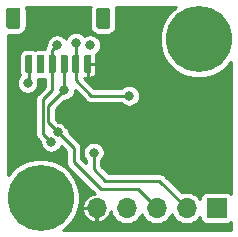
<source format=gbr>
G04 #@! TF.GenerationSoftware,KiCad,Pcbnew,5.1.5-52549c5~84~ubuntu18.04.1*
G04 #@! TF.CreationDate,2020-02-17T23:24:27+01:00*
G04 #@! TF.ProjectId,bldc_motor_encoder,626c6463-5f6d-46f7-946f-725f656e636f,rev?*
G04 #@! TF.SameCoordinates,Original*
G04 #@! TF.FileFunction,Copper,L2,Bot*
G04 #@! TF.FilePolarity,Positive*
%FSLAX46Y46*%
G04 Gerber Fmt 4.6, Leading zero omitted, Abs format (unit mm)*
G04 Created by KiCad (PCBNEW 5.1.5-52549c5~84~ubuntu18.04.1) date 2020-02-17 23:24:27*
%MOMM*%
%LPD*%
G04 APERTURE LIST*
%ADD10O,1.700000X1.700000*%
%ADD11R,1.700000X1.700000*%
%ADD12C,5.600000*%
%ADD13C,0.100000*%
%ADD14C,0.800000*%
%ADD15C,0.250000*%
G04 APERTURE END LIST*
D10*
X138040000Y-97600000D03*
X140580000Y-97600000D03*
X143120000Y-97600000D03*
X145660000Y-97600000D03*
D11*
X148200000Y-97600000D03*
D12*
X133300000Y-96750000D03*
X146700000Y-83300000D03*
G04 #@! TA.AperFunction,SMDPad,CuDef*
D13*
G36*
X138974505Y-80626204D02*
G01*
X138998773Y-80629804D01*
X139022572Y-80635765D01*
X139045671Y-80644030D01*
X139067850Y-80654520D01*
X139088893Y-80667132D01*
X139108599Y-80681747D01*
X139126777Y-80698223D01*
X139143253Y-80716401D01*
X139157868Y-80736107D01*
X139170480Y-80757150D01*
X139180970Y-80779329D01*
X139189235Y-80802428D01*
X139195196Y-80826227D01*
X139198796Y-80850495D01*
X139200000Y-80874999D01*
X139200000Y-82175001D01*
X139198796Y-82199505D01*
X139195196Y-82223773D01*
X139189235Y-82247572D01*
X139180970Y-82270671D01*
X139170480Y-82292850D01*
X139157868Y-82313893D01*
X139143253Y-82333599D01*
X139126777Y-82351777D01*
X139108599Y-82368253D01*
X139088893Y-82382868D01*
X139067850Y-82395480D01*
X139045671Y-82405970D01*
X139022572Y-82414235D01*
X138998773Y-82420196D01*
X138974505Y-82423796D01*
X138950001Y-82425000D01*
X138249999Y-82425000D01*
X138225495Y-82423796D01*
X138201227Y-82420196D01*
X138177428Y-82414235D01*
X138154329Y-82405970D01*
X138132150Y-82395480D01*
X138111107Y-82382868D01*
X138091401Y-82368253D01*
X138073223Y-82351777D01*
X138056747Y-82333599D01*
X138042132Y-82313893D01*
X138029520Y-82292850D01*
X138019030Y-82270671D01*
X138010765Y-82247572D01*
X138004804Y-82223773D01*
X138001204Y-82199505D01*
X138000000Y-82175001D01*
X138000000Y-80874999D01*
X138001204Y-80850495D01*
X138004804Y-80826227D01*
X138010765Y-80802428D01*
X138019030Y-80779329D01*
X138029520Y-80757150D01*
X138042132Y-80736107D01*
X138056747Y-80716401D01*
X138073223Y-80698223D01*
X138091401Y-80681747D01*
X138111107Y-80667132D01*
X138132150Y-80654520D01*
X138154329Y-80644030D01*
X138177428Y-80635765D01*
X138201227Y-80629804D01*
X138225495Y-80626204D01*
X138249999Y-80625000D01*
X138950001Y-80625000D01*
X138974505Y-80626204D01*
G37*
G04 #@! TD.AperFunction*
G04 #@! TA.AperFunction,SMDPad,CuDef*
G36*
X131374505Y-80626204D02*
G01*
X131398773Y-80629804D01*
X131422572Y-80635765D01*
X131445671Y-80644030D01*
X131467850Y-80654520D01*
X131488893Y-80667132D01*
X131508599Y-80681747D01*
X131526777Y-80698223D01*
X131543253Y-80716401D01*
X131557868Y-80736107D01*
X131570480Y-80757150D01*
X131580970Y-80779329D01*
X131589235Y-80802428D01*
X131595196Y-80826227D01*
X131598796Y-80850495D01*
X131600000Y-80874999D01*
X131600000Y-82175001D01*
X131598796Y-82199505D01*
X131595196Y-82223773D01*
X131589235Y-82247572D01*
X131580970Y-82270671D01*
X131570480Y-82292850D01*
X131557868Y-82313893D01*
X131543253Y-82333599D01*
X131526777Y-82351777D01*
X131508599Y-82368253D01*
X131488893Y-82382868D01*
X131467850Y-82395480D01*
X131445671Y-82405970D01*
X131422572Y-82414235D01*
X131398773Y-82420196D01*
X131374505Y-82423796D01*
X131350001Y-82425000D01*
X130649999Y-82425000D01*
X130625495Y-82423796D01*
X130601227Y-82420196D01*
X130577428Y-82414235D01*
X130554329Y-82405970D01*
X130532150Y-82395480D01*
X130511107Y-82382868D01*
X130491401Y-82368253D01*
X130473223Y-82351777D01*
X130456747Y-82333599D01*
X130442132Y-82313893D01*
X130429520Y-82292850D01*
X130419030Y-82270671D01*
X130410765Y-82247572D01*
X130404804Y-82223773D01*
X130401204Y-82199505D01*
X130400000Y-82175001D01*
X130400000Y-80874999D01*
X130401204Y-80850495D01*
X130404804Y-80826227D01*
X130410765Y-80802428D01*
X130419030Y-80779329D01*
X130429520Y-80757150D01*
X130442132Y-80736107D01*
X130456747Y-80716401D01*
X130473223Y-80698223D01*
X130491401Y-80681747D01*
X130511107Y-80667132D01*
X130532150Y-80654520D01*
X130554329Y-80644030D01*
X130577428Y-80635765D01*
X130601227Y-80629804D01*
X130625495Y-80626204D01*
X130649999Y-80625000D01*
X131350001Y-80625000D01*
X131374505Y-80626204D01*
G37*
G04 #@! TD.AperFunction*
G04 #@! TA.AperFunction,SMDPad,CuDef*
G36*
X137464703Y-84625722D02*
G01*
X137479264Y-84627882D01*
X137493543Y-84631459D01*
X137507403Y-84636418D01*
X137520710Y-84642712D01*
X137533336Y-84650280D01*
X137545159Y-84659048D01*
X137556066Y-84668934D01*
X137565952Y-84679841D01*
X137574720Y-84691664D01*
X137582288Y-84704290D01*
X137588582Y-84717597D01*
X137593541Y-84731457D01*
X137597118Y-84745736D01*
X137599278Y-84760297D01*
X137600000Y-84775000D01*
X137600000Y-86025000D01*
X137599278Y-86039703D01*
X137597118Y-86054264D01*
X137593541Y-86068543D01*
X137588582Y-86082403D01*
X137582288Y-86095710D01*
X137574720Y-86108336D01*
X137565952Y-86120159D01*
X137556066Y-86131066D01*
X137545159Y-86140952D01*
X137533336Y-86149720D01*
X137520710Y-86157288D01*
X137507403Y-86163582D01*
X137493543Y-86168541D01*
X137479264Y-86172118D01*
X137464703Y-86174278D01*
X137450000Y-86175000D01*
X137150000Y-86175000D01*
X137135297Y-86174278D01*
X137120736Y-86172118D01*
X137106457Y-86168541D01*
X137092597Y-86163582D01*
X137079290Y-86157288D01*
X137066664Y-86149720D01*
X137054841Y-86140952D01*
X137043934Y-86131066D01*
X137034048Y-86120159D01*
X137025280Y-86108336D01*
X137017712Y-86095710D01*
X137011418Y-86082403D01*
X137006459Y-86068543D01*
X137002882Y-86054264D01*
X137000722Y-86039703D01*
X137000000Y-86025000D01*
X137000000Y-84775000D01*
X137000722Y-84760297D01*
X137002882Y-84745736D01*
X137006459Y-84731457D01*
X137011418Y-84717597D01*
X137017712Y-84704290D01*
X137025280Y-84691664D01*
X137034048Y-84679841D01*
X137043934Y-84668934D01*
X137054841Y-84659048D01*
X137066664Y-84650280D01*
X137079290Y-84642712D01*
X137092597Y-84636418D01*
X137106457Y-84631459D01*
X137120736Y-84627882D01*
X137135297Y-84625722D01*
X137150000Y-84625000D01*
X137450000Y-84625000D01*
X137464703Y-84625722D01*
G37*
G04 #@! TD.AperFunction*
G04 #@! TA.AperFunction,SMDPad,CuDef*
G36*
X136464703Y-84625722D02*
G01*
X136479264Y-84627882D01*
X136493543Y-84631459D01*
X136507403Y-84636418D01*
X136520710Y-84642712D01*
X136533336Y-84650280D01*
X136545159Y-84659048D01*
X136556066Y-84668934D01*
X136565952Y-84679841D01*
X136574720Y-84691664D01*
X136582288Y-84704290D01*
X136588582Y-84717597D01*
X136593541Y-84731457D01*
X136597118Y-84745736D01*
X136599278Y-84760297D01*
X136600000Y-84775000D01*
X136600000Y-86025000D01*
X136599278Y-86039703D01*
X136597118Y-86054264D01*
X136593541Y-86068543D01*
X136588582Y-86082403D01*
X136582288Y-86095710D01*
X136574720Y-86108336D01*
X136565952Y-86120159D01*
X136556066Y-86131066D01*
X136545159Y-86140952D01*
X136533336Y-86149720D01*
X136520710Y-86157288D01*
X136507403Y-86163582D01*
X136493543Y-86168541D01*
X136479264Y-86172118D01*
X136464703Y-86174278D01*
X136450000Y-86175000D01*
X136150000Y-86175000D01*
X136135297Y-86174278D01*
X136120736Y-86172118D01*
X136106457Y-86168541D01*
X136092597Y-86163582D01*
X136079290Y-86157288D01*
X136066664Y-86149720D01*
X136054841Y-86140952D01*
X136043934Y-86131066D01*
X136034048Y-86120159D01*
X136025280Y-86108336D01*
X136017712Y-86095710D01*
X136011418Y-86082403D01*
X136006459Y-86068543D01*
X136002882Y-86054264D01*
X136000722Y-86039703D01*
X136000000Y-86025000D01*
X136000000Y-84775000D01*
X136000722Y-84760297D01*
X136002882Y-84745736D01*
X136006459Y-84731457D01*
X136011418Y-84717597D01*
X136017712Y-84704290D01*
X136025280Y-84691664D01*
X136034048Y-84679841D01*
X136043934Y-84668934D01*
X136054841Y-84659048D01*
X136066664Y-84650280D01*
X136079290Y-84642712D01*
X136092597Y-84636418D01*
X136106457Y-84631459D01*
X136120736Y-84627882D01*
X136135297Y-84625722D01*
X136150000Y-84625000D01*
X136450000Y-84625000D01*
X136464703Y-84625722D01*
G37*
G04 #@! TD.AperFunction*
G04 #@! TA.AperFunction,SMDPad,CuDef*
G36*
X135464703Y-84625722D02*
G01*
X135479264Y-84627882D01*
X135493543Y-84631459D01*
X135507403Y-84636418D01*
X135520710Y-84642712D01*
X135533336Y-84650280D01*
X135545159Y-84659048D01*
X135556066Y-84668934D01*
X135565952Y-84679841D01*
X135574720Y-84691664D01*
X135582288Y-84704290D01*
X135588582Y-84717597D01*
X135593541Y-84731457D01*
X135597118Y-84745736D01*
X135599278Y-84760297D01*
X135600000Y-84775000D01*
X135600000Y-86025000D01*
X135599278Y-86039703D01*
X135597118Y-86054264D01*
X135593541Y-86068543D01*
X135588582Y-86082403D01*
X135582288Y-86095710D01*
X135574720Y-86108336D01*
X135565952Y-86120159D01*
X135556066Y-86131066D01*
X135545159Y-86140952D01*
X135533336Y-86149720D01*
X135520710Y-86157288D01*
X135507403Y-86163582D01*
X135493543Y-86168541D01*
X135479264Y-86172118D01*
X135464703Y-86174278D01*
X135450000Y-86175000D01*
X135150000Y-86175000D01*
X135135297Y-86174278D01*
X135120736Y-86172118D01*
X135106457Y-86168541D01*
X135092597Y-86163582D01*
X135079290Y-86157288D01*
X135066664Y-86149720D01*
X135054841Y-86140952D01*
X135043934Y-86131066D01*
X135034048Y-86120159D01*
X135025280Y-86108336D01*
X135017712Y-86095710D01*
X135011418Y-86082403D01*
X135006459Y-86068543D01*
X135002882Y-86054264D01*
X135000722Y-86039703D01*
X135000000Y-86025000D01*
X135000000Y-84775000D01*
X135000722Y-84760297D01*
X135002882Y-84745736D01*
X135006459Y-84731457D01*
X135011418Y-84717597D01*
X135017712Y-84704290D01*
X135025280Y-84691664D01*
X135034048Y-84679841D01*
X135043934Y-84668934D01*
X135054841Y-84659048D01*
X135066664Y-84650280D01*
X135079290Y-84642712D01*
X135092597Y-84636418D01*
X135106457Y-84631459D01*
X135120736Y-84627882D01*
X135135297Y-84625722D01*
X135150000Y-84625000D01*
X135450000Y-84625000D01*
X135464703Y-84625722D01*
G37*
G04 #@! TD.AperFunction*
G04 #@! TA.AperFunction,SMDPad,CuDef*
G36*
X134464703Y-84625722D02*
G01*
X134479264Y-84627882D01*
X134493543Y-84631459D01*
X134507403Y-84636418D01*
X134520710Y-84642712D01*
X134533336Y-84650280D01*
X134545159Y-84659048D01*
X134556066Y-84668934D01*
X134565952Y-84679841D01*
X134574720Y-84691664D01*
X134582288Y-84704290D01*
X134588582Y-84717597D01*
X134593541Y-84731457D01*
X134597118Y-84745736D01*
X134599278Y-84760297D01*
X134600000Y-84775000D01*
X134600000Y-86025000D01*
X134599278Y-86039703D01*
X134597118Y-86054264D01*
X134593541Y-86068543D01*
X134588582Y-86082403D01*
X134582288Y-86095710D01*
X134574720Y-86108336D01*
X134565952Y-86120159D01*
X134556066Y-86131066D01*
X134545159Y-86140952D01*
X134533336Y-86149720D01*
X134520710Y-86157288D01*
X134507403Y-86163582D01*
X134493543Y-86168541D01*
X134479264Y-86172118D01*
X134464703Y-86174278D01*
X134450000Y-86175000D01*
X134150000Y-86175000D01*
X134135297Y-86174278D01*
X134120736Y-86172118D01*
X134106457Y-86168541D01*
X134092597Y-86163582D01*
X134079290Y-86157288D01*
X134066664Y-86149720D01*
X134054841Y-86140952D01*
X134043934Y-86131066D01*
X134034048Y-86120159D01*
X134025280Y-86108336D01*
X134017712Y-86095710D01*
X134011418Y-86082403D01*
X134006459Y-86068543D01*
X134002882Y-86054264D01*
X134000722Y-86039703D01*
X134000000Y-86025000D01*
X134000000Y-84775000D01*
X134000722Y-84760297D01*
X134002882Y-84745736D01*
X134006459Y-84731457D01*
X134011418Y-84717597D01*
X134017712Y-84704290D01*
X134025280Y-84691664D01*
X134034048Y-84679841D01*
X134043934Y-84668934D01*
X134054841Y-84659048D01*
X134066664Y-84650280D01*
X134079290Y-84642712D01*
X134092597Y-84636418D01*
X134106457Y-84631459D01*
X134120736Y-84627882D01*
X134135297Y-84625722D01*
X134150000Y-84625000D01*
X134450000Y-84625000D01*
X134464703Y-84625722D01*
G37*
G04 #@! TD.AperFunction*
G04 #@! TA.AperFunction,SMDPad,CuDef*
G36*
X133464703Y-84625722D02*
G01*
X133479264Y-84627882D01*
X133493543Y-84631459D01*
X133507403Y-84636418D01*
X133520710Y-84642712D01*
X133533336Y-84650280D01*
X133545159Y-84659048D01*
X133556066Y-84668934D01*
X133565952Y-84679841D01*
X133574720Y-84691664D01*
X133582288Y-84704290D01*
X133588582Y-84717597D01*
X133593541Y-84731457D01*
X133597118Y-84745736D01*
X133599278Y-84760297D01*
X133600000Y-84775000D01*
X133600000Y-86025000D01*
X133599278Y-86039703D01*
X133597118Y-86054264D01*
X133593541Y-86068543D01*
X133588582Y-86082403D01*
X133582288Y-86095710D01*
X133574720Y-86108336D01*
X133565952Y-86120159D01*
X133556066Y-86131066D01*
X133545159Y-86140952D01*
X133533336Y-86149720D01*
X133520710Y-86157288D01*
X133507403Y-86163582D01*
X133493543Y-86168541D01*
X133479264Y-86172118D01*
X133464703Y-86174278D01*
X133450000Y-86175000D01*
X133150000Y-86175000D01*
X133135297Y-86174278D01*
X133120736Y-86172118D01*
X133106457Y-86168541D01*
X133092597Y-86163582D01*
X133079290Y-86157288D01*
X133066664Y-86149720D01*
X133054841Y-86140952D01*
X133043934Y-86131066D01*
X133034048Y-86120159D01*
X133025280Y-86108336D01*
X133017712Y-86095710D01*
X133011418Y-86082403D01*
X133006459Y-86068543D01*
X133002882Y-86054264D01*
X133000722Y-86039703D01*
X133000000Y-86025000D01*
X133000000Y-84775000D01*
X133000722Y-84760297D01*
X133002882Y-84745736D01*
X133006459Y-84731457D01*
X133011418Y-84717597D01*
X133017712Y-84704290D01*
X133025280Y-84691664D01*
X133034048Y-84679841D01*
X133043934Y-84668934D01*
X133054841Y-84659048D01*
X133066664Y-84650280D01*
X133079290Y-84642712D01*
X133092597Y-84636418D01*
X133106457Y-84631459D01*
X133120736Y-84627882D01*
X133135297Y-84625722D01*
X133150000Y-84625000D01*
X133450000Y-84625000D01*
X133464703Y-84625722D01*
G37*
G04 #@! TD.AperFunction*
G04 #@! TA.AperFunction,SMDPad,CuDef*
G36*
X132464703Y-84625722D02*
G01*
X132479264Y-84627882D01*
X132493543Y-84631459D01*
X132507403Y-84636418D01*
X132520710Y-84642712D01*
X132533336Y-84650280D01*
X132545159Y-84659048D01*
X132556066Y-84668934D01*
X132565952Y-84679841D01*
X132574720Y-84691664D01*
X132582288Y-84704290D01*
X132588582Y-84717597D01*
X132593541Y-84731457D01*
X132597118Y-84745736D01*
X132599278Y-84760297D01*
X132600000Y-84775000D01*
X132600000Y-86025000D01*
X132599278Y-86039703D01*
X132597118Y-86054264D01*
X132593541Y-86068543D01*
X132588582Y-86082403D01*
X132582288Y-86095710D01*
X132574720Y-86108336D01*
X132565952Y-86120159D01*
X132556066Y-86131066D01*
X132545159Y-86140952D01*
X132533336Y-86149720D01*
X132520710Y-86157288D01*
X132507403Y-86163582D01*
X132493543Y-86168541D01*
X132479264Y-86172118D01*
X132464703Y-86174278D01*
X132450000Y-86175000D01*
X132150000Y-86175000D01*
X132135297Y-86174278D01*
X132120736Y-86172118D01*
X132106457Y-86168541D01*
X132092597Y-86163582D01*
X132079290Y-86157288D01*
X132066664Y-86149720D01*
X132054841Y-86140952D01*
X132043934Y-86131066D01*
X132034048Y-86120159D01*
X132025280Y-86108336D01*
X132017712Y-86095710D01*
X132011418Y-86082403D01*
X132006459Y-86068543D01*
X132002882Y-86054264D01*
X132000722Y-86039703D01*
X132000000Y-86025000D01*
X132000000Y-84775000D01*
X132000722Y-84760297D01*
X132002882Y-84745736D01*
X132006459Y-84731457D01*
X132011418Y-84717597D01*
X132017712Y-84704290D01*
X132025280Y-84691664D01*
X132034048Y-84679841D01*
X132043934Y-84668934D01*
X132054841Y-84659048D01*
X132066664Y-84650280D01*
X132079290Y-84642712D01*
X132092597Y-84636418D01*
X132106457Y-84631459D01*
X132120736Y-84627882D01*
X132135297Y-84625722D01*
X132150000Y-84625000D01*
X132450000Y-84625000D01*
X132464703Y-84625722D01*
G37*
G04 #@! TD.AperFunction*
D14*
X135600000Y-90600000D03*
X138400000Y-85400000D03*
X132300000Y-83800000D03*
X145400000Y-88200000D03*
X146600000Y-88200000D03*
X132200000Y-87000000D03*
X137500000Y-83800000D03*
X140800000Y-88100000D03*
X136300000Y-83600000D03*
X134800000Y-91200000D03*
X135300000Y-87600000D03*
X134200000Y-92000000D03*
X134700000Y-83800000D03*
X137800000Y-92900000D03*
D15*
X137300000Y-85400000D02*
X138400000Y-85400000D01*
X132300000Y-85400000D02*
X132300000Y-86900000D01*
X132300000Y-86900000D02*
X132200000Y-87000000D01*
X136300000Y-85400000D02*
X136300000Y-86800000D01*
X136300000Y-86800000D02*
X137600000Y-88100000D01*
X137600000Y-88100000D02*
X140800000Y-88100000D01*
X136300000Y-83600000D02*
X136300000Y-85400000D01*
X135300000Y-85400000D02*
X135300000Y-87600000D01*
X135300000Y-87600000D02*
X133950010Y-88949990D01*
X133950010Y-88949990D02*
X133950010Y-90350010D01*
X133950010Y-90350010D02*
X134800000Y-91200000D01*
X143120000Y-97600000D02*
X141520000Y-96000000D01*
X141520000Y-96000000D02*
X138400000Y-96000000D01*
X136100000Y-93700000D02*
X136100000Y-92500000D01*
X138400000Y-96000000D02*
X136100000Y-93700000D01*
X136100000Y-92500000D02*
X134800000Y-91200000D01*
X134300000Y-85400000D02*
X134300000Y-87600000D01*
X134300000Y-87600000D02*
X133500000Y-88400000D01*
X133500000Y-88400000D02*
X133500000Y-91300000D01*
X133500000Y-91300000D02*
X134200000Y-92000000D01*
X134300000Y-84200000D02*
X134300000Y-85400000D01*
X134700000Y-83800000D02*
X134300000Y-84200000D01*
X145660000Y-97600000D02*
X143360000Y-95300000D01*
X143360000Y-95300000D02*
X138800000Y-95300000D01*
X137800000Y-94300000D02*
X137800000Y-92900000D01*
X138800000Y-95300000D02*
X137800000Y-94300000D01*
G36*
X137531647Y-80577448D02*
G01*
X137487400Y-80723309D01*
X137472460Y-80874999D01*
X137472460Y-82175001D01*
X137487400Y-82326691D01*
X137531647Y-82472552D01*
X137603499Y-82606979D01*
X137700196Y-82724804D01*
X137818021Y-82821501D01*
X137952448Y-82893353D01*
X138098309Y-82937600D01*
X138249999Y-82952540D01*
X138950001Y-82952540D01*
X139101691Y-82937600D01*
X139247552Y-82893353D01*
X139381979Y-82821501D01*
X139499804Y-82724804D01*
X139596501Y-82606979D01*
X139668353Y-82472552D01*
X139712600Y-82326691D01*
X139727540Y-82175001D01*
X139727540Y-80874999D01*
X139712600Y-80723309D01*
X139668353Y-80577448D01*
X139667045Y-80575000D01*
X144793409Y-80575000D01*
X144580436Y-80717304D01*
X144117304Y-81180436D01*
X143753423Y-81725022D01*
X143502778Y-82330133D01*
X143375000Y-82972516D01*
X143375000Y-83627484D01*
X143502778Y-84269867D01*
X143753423Y-84874978D01*
X144117304Y-85419564D01*
X144580436Y-85882696D01*
X145125022Y-86246577D01*
X145730133Y-86497222D01*
X146372516Y-86625000D01*
X147027484Y-86625000D01*
X147669867Y-86497222D01*
X148274978Y-86246577D01*
X148819564Y-85882696D01*
X149282696Y-85419564D01*
X149425001Y-85206590D01*
X149425000Y-96379377D01*
X149423027Y-96376973D01*
X149343086Y-96311367D01*
X149251881Y-96262617D01*
X149152918Y-96232597D01*
X149050000Y-96222460D01*
X147350000Y-96222460D01*
X147247082Y-96232597D01*
X147148119Y-96262617D01*
X147056914Y-96311367D01*
X146976973Y-96376973D01*
X146911367Y-96456914D01*
X146862617Y-96548119D01*
X146832597Y-96647082D01*
X146822460Y-96750000D01*
X146822460Y-96864810D01*
X146728032Y-96723489D01*
X146536511Y-96531968D01*
X146311307Y-96381491D01*
X146061073Y-96277841D01*
X145795426Y-96225000D01*
X145524574Y-96225000D01*
X145258927Y-96277841D01*
X145257621Y-96278382D01*
X143842198Y-94862960D01*
X143821843Y-94838157D01*
X143722868Y-94756930D01*
X143609948Y-94696573D01*
X143487422Y-94659405D01*
X143391932Y-94650000D01*
X143391921Y-94650000D01*
X143360000Y-94646856D01*
X143328079Y-94650000D01*
X139069239Y-94650000D01*
X138450000Y-94030762D01*
X138450000Y-93558148D01*
X138518495Y-93489653D01*
X138619725Y-93338152D01*
X138689453Y-93169813D01*
X138725000Y-92991105D01*
X138725000Y-92808895D01*
X138689453Y-92630187D01*
X138619725Y-92461848D01*
X138518495Y-92310347D01*
X138389653Y-92181505D01*
X138238152Y-92080275D01*
X138069813Y-92010547D01*
X137891105Y-91975000D01*
X137708895Y-91975000D01*
X137530187Y-92010547D01*
X137361848Y-92080275D01*
X137210347Y-92181505D01*
X137081505Y-92310347D01*
X136980275Y-92461848D01*
X136910547Y-92630187D01*
X136875000Y-92808895D01*
X136875000Y-92991105D01*
X136910547Y-93169813D01*
X136980275Y-93338152D01*
X137081505Y-93489653D01*
X137150001Y-93558149D01*
X137150000Y-93830762D01*
X136750000Y-93430762D01*
X136750000Y-92531924D01*
X136753144Y-92500000D01*
X136750000Y-92468076D01*
X136750000Y-92468068D01*
X136740595Y-92372578D01*
X136703427Y-92250052D01*
X136643070Y-92137132D01*
X136635100Y-92127421D01*
X136582199Y-92062960D01*
X136582196Y-92062957D01*
X136561843Y-92038157D01*
X136537043Y-92017804D01*
X135725000Y-91205762D01*
X135725000Y-91108895D01*
X135689453Y-90930187D01*
X135619725Y-90761848D01*
X135518495Y-90610347D01*
X135389653Y-90481505D01*
X135238152Y-90380275D01*
X135069813Y-90310547D01*
X134891105Y-90275000D01*
X134794238Y-90275000D01*
X134600010Y-90080772D01*
X134600010Y-89219228D01*
X135294239Y-88525000D01*
X135391105Y-88525000D01*
X135569813Y-88489453D01*
X135738152Y-88419725D01*
X135889653Y-88318495D01*
X136018495Y-88189653D01*
X136119725Y-88038152D01*
X136189453Y-87869813D01*
X136225000Y-87691105D01*
X136225000Y-87644238D01*
X137117804Y-88537043D01*
X137138157Y-88561843D01*
X137162957Y-88582196D01*
X137162960Y-88582199D01*
X137237132Y-88643070D01*
X137350052Y-88703427D01*
X137472578Y-88740595D01*
X137568068Y-88750000D01*
X137568076Y-88750000D01*
X137600000Y-88753144D01*
X137631924Y-88750000D01*
X140141852Y-88750000D01*
X140210347Y-88818495D01*
X140361848Y-88919725D01*
X140530187Y-88989453D01*
X140708895Y-89025000D01*
X140891105Y-89025000D01*
X141069813Y-88989453D01*
X141238152Y-88919725D01*
X141389653Y-88818495D01*
X141518495Y-88689653D01*
X141619725Y-88538152D01*
X141689453Y-88369813D01*
X141725000Y-88191105D01*
X141725000Y-88008895D01*
X141689453Y-87830187D01*
X141619725Y-87661848D01*
X141518495Y-87510347D01*
X141389653Y-87381505D01*
X141238152Y-87280275D01*
X141069813Y-87210547D01*
X140891105Y-87175000D01*
X140708895Y-87175000D01*
X140530187Y-87210547D01*
X140361848Y-87280275D01*
X140210347Y-87381505D01*
X140141852Y-87450000D01*
X137869239Y-87450000D01*
X136972349Y-86553110D01*
X137000000Y-86555834D01*
X137203250Y-86554000D01*
X137298000Y-86459250D01*
X137298000Y-85402000D01*
X137302000Y-85402000D01*
X137302000Y-86459250D01*
X137396750Y-86554000D01*
X137600000Y-86555834D01*
X137674297Y-86548516D01*
X137745739Y-86526845D01*
X137811580Y-86491652D01*
X137869290Y-86444290D01*
X137916652Y-86386580D01*
X137951845Y-86320739D01*
X137973516Y-86249297D01*
X137980834Y-86175000D01*
X137979000Y-85496750D01*
X137884250Y-85402000D01*
X137302000Y-85402000D01*
X137298000Y-85402000D01*
X137278000Y-85402000D01*
X137278000Y-85398000D01*
X137298000Y-85398000D01*
X137298000Y-85378000D01*
X137302000Y-85378000D01*
X137302000Y-85398000D01*
X137884250Y-85398000D01*
X137979000Y-85303250D01*
X137980834Y-84625000D01*
X137977711Y-84593293D01*
X138089653Y-84518495D01*
X138218495Y-84389653D01*
X138319725Y-84238152D01*
X138389453Y-84069813D01*
X138425000Y-83891105D01*
X138425000Y-83708895D01*
X138389453Y-83530187D01*
X138319725Y-83361848D01*
X138218495Y-83210347D01*
X138089653Y-83081505D01*
X137938152Y-82980275D01*
X137769813Y-82910547D01*
X137591105Y-82875000D01*
X137408895Y-82875000D01*
X137230187Y-82910547D01*
X137061848Y-82980275D01*
X137017833Y-83009685D01*
X136889653Y-82881505D01*
X136738152Y-82780275D01*
X136569813Y-82710547D01*
X136391105Y-82675000D01*
X136208895Y-82675000D01*
X136030187Y-82710547D01*
X135861848Y-82780275D01*
X135710347Y-82881505D01*
X135581505Y-83010347D01*
X135480275Y-83161848D01*
X135444232Y-83248865D01*
X135418495Y-83210347D01*
X135289653Y-83081505D01*
X135138152Y-82980275D01*
X134969813Y-82910547D01*
X134791105Y-82875000D01*
X134608895Y-82875000D01*
X134430187Y-82910547D01*
X134261848Y-82980275D01*
X134110347Y-83081505D01*
X133981505Y-83210347D01*
X133880275Y-83361848D01*
X133810547Y-83530187D01*
X133775000Y-83708895D01*
X133775000Y-83815114D01*
X133756930Y-83837132D01*
X133739462Y-83869813D01*
X133696573Y-83950053D01*
X133659405Y-84072579D01*
X133653540Y-84132126D01*
X133582181Y-84110479D01*
X133450000Y-84097460D01*
X133150000Y-84097460D01*
X133017819Y-84110479D01*
X132890717Y-84149035D01*
X132800000Y-84197524D01*
X132709283Y-84149035D01*
X132582181Y-84110479D01*
X132450000Y-84097460D01*
X132150000Y-84097460D01*
X132017819Y-84110479D01*
X131890717Y-84149035D01*
X131773579Y-84211646D01*
X131670907Y-84295907D01*
X131586646Y-84398579D01*
X131524035Y-84515717D01*
X131485479Y-84642819D01*
X131472460Y-84775000D01*
X131472460Y-86025000D01*
X131485479Y-86157181D01*
X131524035Y-86284283D01*
X131553132Y-86338720D01*
X131481505Y-86410347D01*
X131380275Y-86561848D01*
X131310547Y-86730187D01*
X131275000Y-86908895D01*
X131275000Y-87091105D01*
X131310547Y-87269813D01*
X131380275Y-87438152D01*
X131481505Y-87589653D01*
X131610347Y-87718495D01*
X131761848Y-87819725D01*
X131930187Y-87889453D01*
X132108895Y-87925000D01*
X132291105Y-87925000D01*
X132469813Y-87889453D01*
X132638152Y-87819725D01*
X132789653Y-87718495D01*
X132918495Y-87589653D01*
X133019725Y-87438152D01*
X133089453Y-87269813D01*
X133125000Y-87091105D01*
X133125000Y-86908895D01*
X133089453Y-86730187D01*
X133074939Y-86695147D01*
X133150000Y-86702540D01*
X133450000Y-86702540D01*
X133582181Y-86689521D01*
X133650001Y-86668948D01*
X133650001Y-87330761D01*
X133062962Y-87917800D01*
X133038157Y-87938157D01*
X133017802Y-87962960D01*
X132956930Y-88037132D01*
X132956385Y-88038152D01*
X132896573Y-88150053D01*
X132859405Y-88272579D01*
X132850000Y-88368069D01*
X132850000Y-88368079D01*
X132846856Y-88400000D01*
X132850000Y-88431922D01*
X132850001Y-91268069D01*
X132846856Y-91300000D01*
X132859406Y-91427422D01*
X132896573Y-91549947D01*
X132956930Y-91662868D01*
X133017802Y-91737040D01*
X133017805Y-91737043D01*
X133038158Y-91761843D01*
X133062957Y-91782195D01*
X133275000Y-91994238D01*
X133275000Y-92091105D01*
X133310547Y-92269813D01*
X133380275Y-92438152D01*
X133481505Y-92589653D01*
X133610347Y-92718495D01*
X133761848Y-92819725D01*
X133930187Y-92889453D01*
X134108895Y-92925000D01*
X134291105Y-92925000D01*
X134469813Y-92889453D01*
X134638152Y-92819725D01*
X134789653Y-92718495D01*
X134918495Y-92589653D01*
X135019725Y-92438152D01*
X135048777Y-92368015D01*
X135450001Y-92769240D01*
X135450000Y-93668078D01*
X135446856Y-93700000D01*
X135450000Y-93731921D01*
X135450000Y-93731931D01*
X135459405Y-93827421D01*
X135462662Y-93838157D01*
X135496573Y-93949947D01*
X135556930Y-94062868D01*
X135607369Y-94124328D01*
X135638157Y-94161843D01*
X135662962Y-94182200D01*
X137882264Y-96401503D01*
X137845767Y-96386446D01*
X137755040Y-96404493D01*
X137527284Y-96483057D01*
X137319231Y-96604545D01*
X137138877Y-96764287D01*
X136993152Y-96956145D01*
X136887657Y-97172746D01*
X136826446Y-97405767D01*
X136905752Y-97598000D01*
X138038000Y-97598000D01*
X138038000Y-97578000D01*
X138042000Y-97578000D01*
X138042000Y-97598000D01*
X138062000Y-97598000D01*
X138062000Y-97602000D01*
X138042000Y-97602000D01*
X138042000Y-98734248D01*
X138234233Y-98813554D01*
X138324960Y-98795507D01*
X138552716Y-98716943D01*
X138760769Y-98595455D01*
X138941123Y-98435713D01*
X139086848Y-98243855D01*
X139192343Y-98027254D01*
X139232580Y-97874078D01*
X139257841Y-98001073D01*
X139361491Y-98251307D01*
X139511968Y-98476511D01*
X139703489Y-98668032D01*
X139928693Y-98818509D01*
X140178927Y-98922159D01*
X140444574Y-98975000D01*
X140715426Y-98975000D01*
X140981073Y-98922159D01*
X141231307Y-98818509D01*
X141456511Y-98668032D01*
X141648032Y-98476511D01*
X141798509Y-98251307D01*
X141850000Y-98126996D01*
X141901491Y-98251307D01*
X142051968Y-98476511D01*
X142243489Y-98668032D01*
X142468693Y-98818509D01*
X142718927Y-98922159D01*
X142984574Y-98975000D01*
X143255426Y-98975000D01*
X143521073Y-98922159D01*
X143771307Y-98818509D01*
X143996511Y-98668032D01*
X144188032Y-98476511D01*
X144338509Y-98251307D01*
X144390000Y-98126996D01*
X144441491Y-98251307D01*
X144591968Y-98476511D01*
X144783489Y-98668032D01*
X145008693Y-98818509D01*
X145258927Y-98922159D01*
X145524574Y-98975000D01*
X145795426Y-98975000D01*
X146061073Y-98922159D01*
X146311307Y-98818509D01*
X146536511Y-98668032D01*
X146728032Y-98476511D01*
X146822460Y-98335190D01*
X146822460Y-98450000D01*
X146832597Y-98552918D01*
X146862617Y-98651881D01*
X146911367Y-98743086D01*
X146976973Y-98823027D01*
X147056914Y-98888633D01*
X147148119Y-98937383D01*
X147247082Y-98967403D01*
X147350000Y-98977540D01*
X149050000Y-98977540D01*
X149152918Y-98967403D01*
X149251881Y-98937383D01*
X149343086Y-98888633D01*
X149423027Y-98823027D01*
X149425000Y-98820623D01*
X149425000Y-99425000D01*
X139971754Y-99425000D01*
X139887280Y-99433320D01*
X139832293Y-99450000D01*
X135244006Y-99450000D01*
X135419564Y-99332696D01*
X135882696Y-98869564D01*
X136246577Y-98324978D01*
X136466418Y-97794233D01*
X136826446Y-97794233D01*
X136887657Y-98027254D01*
X136993152Y-98243855D01*
X137138877Y-98435713D01*
X137319231Y-98595455D01*
X137527284Y-98716943D01*
X137755040Y-98795507D01*
X137845767Y-98813554D01*
X138038000Y-98734248D01*
X138038000Y-97602000D01*
X136905752Y-97602000D01*
X136826446Y-97794233D01*
X136466418Y-97794233D01*
X136497222Y-97719867D01*
X136625000Y-97077484D01*
X136625000Y-96422516D01*
X136497222Y-95780133D01*
X136246577Y-95175022D01*
X135882696Y-94630436D01*
X135419564Y-94167304D01*
X134874978Y-93803423D01*
X134269867Y-93552778D01*
X133627484Y-93425000D01*
X132972516Y-93425000D01*
X132330133Y-93552778D01*
X131725022Y-93803423D01*
X131180436Y-94167304D01*
X130717304Y-94630436D01*
X130575000Y-94843409D01*
X130575000Y-82945153D01*
X130649999Y-82952540D01*
X131350001Y-82952540D01*
X131501691Y-82937600D01*
X131647552Y-82893353D01*
X131781979Y-82821501D01*
X131899804Y-82724804D01*
X131996501Y-82606979D01*
X132068353Y-82472552D01*
X132112600Y-82326691D01*
X132127540Y-82175001D01*
X132127540Y-80874999D01*
X132112600Y-80723309D01*
X132068353Y-80577448D01*
X132067045Y-80575000D01*
X137532955Y-80575000D01*
X137531647Y-80577448D01*
G37*
X137531647Y-80577448D02*
X137487400Y-80723309D01*
X137472460Y-80874999D01*
X137472460Y-82175001D01*
X137487400Y-82326691D01*
X137531647Y-82472552D01*
X137603499Y-82606979D01*
X137700196Y-82724804D01*
X137818021Y-82821501D01*
X137952448Y-82893353D01*
X138098309Y-82937600D01*
X138249999Y-82952540D01*
X138950001Y-82952540D01*
X139101691Y-82937600D01*
X139247552Y-82893353D01*
X139381979Y-82821501D01*
X139499804Y-82724804D01*
X139596501Y-82606979D01*
X139668353Y-82472552D01*
X139712600Y-82326691D01*
X139727540Y-82175001D01*
X139727540Y-80874999D01*
X139712600Y-80723309D01*
X139668353Y-80577448D01*
X139667045Y-80575000D01*
X144793409Y-80575000D01*
X144580436Y-80717304D01*
X144117304Y-81180436D01*
X143753423Y-81725022D01*
X143502778Y-82330133D01*
X143375000Y-82972516D01*
X143375000Y-83627484D01*
X143502778Y-84269867D01*
X143753423Y-84874978D01*
X144117304Y-85419564D01*
X144580436Y-85882696D01*
X145125022Y-86246577D01*
X145730133Y-86497222D01*
X146372516Y-86625000D01*
X147027484Y-86625000D01*
X147669867Y-86497222D01*
X148274978Y-86246577D01*
X148819564Y-85882696D01*
X149282696Y-85419564D01*
X149425001Y-85206590D01*
X149425000Y-96379377D01*
X149423027Y-96376973D01*
X149343086Y-96311367D01*
X149251881Y-96262617D01*
X149152918Y-96232597D01*
X149050000Y-96222460D01*
X147350000Y-96222460D01*
X147247082Y-96232597D01*
X147148119Y-96262617D01*
X147056914Y-96311367D01*
X146976973Y-96376973D01*
X146911367Y-96456914D01*
X146862617Y-96548119D01*
X146832597Y-96647082D01*
X146822460Y-96750000D01*
X146822460Y-96864810D01*
X146728032Y-96723489D01*
X146536511Y-96531968D01*
X146311307Y-96381491D01*
X146061073Y-96277841D01*
X145795426Y-96225000D01*
X145524574Y-96225000D01*
X145258927Y-96277841D01*
X145257621Y-96278382D01*
X143842198Y-94862960D01*
X143821843Y-94838157D01*
X143722868Y-94756930D01*
X143609948Y-94696573D01*
X143487422Y-94659405D01*
X143391932Y-94650000D01*
X143391921Y-94650000D01*
X143360000Y-94646856D01*
X143328079Y-94650000D01*
X139069239Y-94650000D01*
X138450000Y-94030762D01*
X138450000Y-93558148D01*
X138518495Y-93489653D01*
X138619725Y-93338152D01*
X138689453Y-93169813D01*
X138725000Y-92991105D01*
X138725000Y-92808895D01*
X138689453Y-92630187D01*
X138619725Y-92461848D01*
X138518495Y-92310347D01*
X138389653Y-92181505D01*
X138238152Y-92080275D01*
X138069813Y-92010547D01*
X137891105Y-91975000D01*
X137708895Y-91975000D01*
X137530187Y-92010547D01*
X137361848Y-92080275D01*
X137210347Y-92181505D01*
X137081505Y-92310347D01*
X136980275Y-92461848D01*
X136910547Y-92630187D01*
X136875000Y-92808895D01*
X136875000Y-92991105D01*
X136910547Y-93169813D01*
X136980275Y-93338152D01*
X137081505Y-93489653D01*
X137150001Y-93558149D01*
X137150000Y-93830762D01*
X136750000Y-93430762D01*
X136750000Y-92531924D01*
X136753144Y-92500000D01*
X136750000Y-92468076D01*
X136750000Y-92468068D01*
X136740595Y-92372578D01*
X136703427Y-92250052D01*
X136643070Y-92137132D01*
X136635100Y-92127421D01*
X136582199Y-92062960D01*
X136582196Y-92062957D01*
X136561843Y-92038157D01*
X136537043Y-92017804D01*
X135725000Y-91205762D01*
X135725000Y-91108895D01*
X135689453Y-90930187D01*
X135619725Y-90761848D01*
X135518495Y-90610347D01*
X135389653Y-90481505D01*
X135238152Y-90380275D01*
X135069813Y-90310547D01*
X134891105Y-90275000D01*
X134794238Y-90275000D01*
X134600010Y-90080772D01*
X134600010Y-89219228D01*
X135294239Y-88525000D01*
X135391105Y-88525000D01*
X135569813Y-88489453D01*
X135738152Y-88419725D01*
X135889653Y-88318495D01*
X136018495Y-88189653D01*
X136119725Y-88038152D01*
X136189453Y-87869813D01*
X136225000Y-87691105D01*
X136225000Y-87644238D01*
X137117804Y-88537043D01*
X137138157Y-88561843D01*
X137162957Y-88582196D01*
X137162960Y-88582199D01*
X137237132Y-88643070D01*
X137350052Y-88703427D01*
X137472578Y-88740595D01*
X137568068Y-88750000D01*
X137568076Y-88750000D01*
X137600000Y-88753144D01*
X137631924Y-88750000D01*
X140141852Y-88750000D01*
X140210347Y-88818495D01*
X140361848Y-88919725D01*
X140530187Y-88989453D01*
X140708895Y-89025000D01*
X140891105Y-89025000D01*
X141069813Y-88989453D01*
X141238152Y-88919725D01*
X141389653Y-88818495D01*
X141518495Y-88689653D01*
X141619725Y-88538152D01*
X141689453Y-88369813D01*
X141725000Y-88191105D01*
X141725000Y-88008895D01*
X141689453Y-87830187D01*
X141619725Y-87661848D01*
X141518495Y-87510347D01*
X141389653Y-87381505D01*
X141238152Y-87280275D01*
X141069813Y-87210547D01*
X140891105Y-87175000D01*
X140708895Y-87175000D01*
X140530187Y-87210547D01*
X140361848Y-87280275D01*
X140210347Y-87381505D01*
X140141852Y-87450000D01*
X137869239Y-87450000D01*
X136972349Y-86553110D01*
X137000000Y-86555834D01*
X137203250Y-86554000D01*
X137298000Y-86459250D01*
X137298000Y-85402000D01*
X137302000Y-85402000D01*
X137302000Y-86459250D01*
X137396750Y-86554000D01*
X137600000Y-86555834D01*
X137674297Y-86548516D01*
X137745739Y-86526845D01*
X137811580Y-86491652D01*
X137869290Y-86444290D01*
X137916652Y-86386580D01*
X137951845Y-86320739D01*
X137973516Y-86249297D01*
X137980834Y-86175000D01*
X137979000Y-85496750D01*
X137884250Y-85402000D01*
X137302000Y-85402000D01*
X137298000Y-85402000D01*
X137278000Y-85402000D01*
X137278000Y-85398000D01*
X137298000Y-85398000D01*
X137298000Y-85378000D01*
X137302000Y-85378000D01*
X137302000Y-85398000D01*
X137884250Y-85398000D01*
X137979000Y-85303250D01*
X137980834Y-84625000D01*
X137977711Y-84593293D01*
X138089653Y-84518495D01*
X138218495Y-84389653D01*
X138319725Y-84238152D01*
X138389453Y-84069813D01*
X138425000Y-83891105D01*
X138425000Y-83708895D01*
X138389453Y-83530187D01*
X138319725Y-83361848D01*
X138218495Y-83210347D01*
X138089653Y-83081505D01*
X137938152Y-82980275D01*
X137769813Y-82910547D01*
X137591105Y-82875000D01*
X137408895Y-82875000D01*
X137230187Y-82910547D01*
X137061848Y-82980275D01*
X137017833Y-83009685D01*
X136889653Y-82881505D01*
X136738152Y-82780275D01*
X136569813Y-82710547D01*
X136391105Y-82675000D01*
X136208895Y-82675000D01*
X136030187Y-82710547D01*
X135861848Y-82780275D01*
X135710347Y-82881505D01*
X135581505Y-83010347D01*
X135480275Y-83161848D01*
X135444232Y-83248865D01*
X135418495Y-83210347D01*
X135289653Y-83081505D01*
X135138152Y-82980275D01*
X134969813Y-82910547D01*
X134791105Y-82875000D01*
X134608895Y-82875000D01*
X134430187Y-82910547D01*
X134261848Y-82980275D01*
X134110347Y-83081505D01*
X133981505Y-83210347D01*
X133880275Y-83361848D01*
X133810547Y-83530187D01*
X133775000Y-83708895D01*
X133775000Y-83815114D01*
X133756930Y-83837132D01*
X133739462Y-83869813D01*
X133696573Y-83950053D01*
X133659405Y-84072579D01*
X133653540Y-84132126D01*
X133582181Y-84110479D01*
X133450000Y-84097460D01*
X133150000Y-84097460D01*
X133017819Y-84110479D01*
X132890717Y-84149035D01*
X132800000Y-84197524D01*
X132709283Y-84149035D01*
X132582181Y-84110479D01*
X132450000Y-84097460D01*
X132150000Y-84097460D01*
X132017819Y-84110479D01*
X131890717Y-84149035D01*
X131773579Y-84211646D01*
X131670907Y-84295907D01*
X131586646Y-84398579D01*
X131524035Y-84515717D01*
X131485479Y-84642819D01*
X131472460Y-84775000D01*
X131472460Y-86025000D01*
X131485479Y-86157181D01*
X131524035Y-86284283D01*
X131553132Y-86338720D01*
X131481505Y-86410347D01*
X131380275Y-86561848D01*
X131310547Y-86730187D01*
X131275000Y-86908895D01*
X131275000Y-87091105D01*
X131310547Y-87269813D01*
X131380275Y-87438152D01*
X131481505Y-87589653D01*
X131610347Y-87718495D01*
X131761848Y-87819725D01*
X131930187Y-87889453D01*
X132108895Y-87925000D01*
X132291105Y-87925000D01*
X132469813Y-87889453D01*
X132638152Y-87819725D01*
X132789653Y-87718495D01*
X132918495Y-87589653D01*
X133019725Y-87438152D01*
X133089453Y-87269813D01*
X133125000Y-87091105D01*
X133125000Y-86908895D01*
X133089453Y-86730187D01*
X133074939Y-86695147D01*
X133150000Y-86702540D01*
X133450000Y-86702540D01*
X133582181Y-86689521D01*
X133650001Y-86668948D01*
X133650001Y-87330761D01*
X133062962Y-87917800D01*
X133038157Y-87938157D01*
X133017802Y-87962960D01*
X132956930Y-88037132D01*
X132956385Y-88038152D01*
X132896573Y-88150053D01*
X132859405Y-88272579D01*
X132850000Y-88368069D01*
X132850000Y-88368079D01*
X132846856Y-88400000D01*
X132850000Y-88431922D01*
X132850001Y-91268069D01*
X132846856Y-91300000D01*
X132859406Y-91427422D01*
X132896573Y-91549947D01*
X132956930Y-91662868D01*
X133017802Y-91737040D01*
X133017805Y-91737043D01*
X133038158Y-91761843D01*
X133062957Y-91782195D01*
X133275000Y-91994238D01*
X133275000Y-92091105D01*
X133310547Y-92269813D01*
X133380275Y-92438152D01*
X133481505Y-92589653D01*
X133610347Y-92718495D01*
X133761848Y-92819725D01*
X133930187Y-92889453D01*
X134108895Y-92925000D01*
X134291105Y-92925000D01*
X134469813Y-92889453D01*
X134638152Y-92819725D01*
X134789653Y-92718495D01*
X134918495Y-92589653D01*
X135019725Y-92438152D01*
X135048777Y-92368015D01*
X135450001Y-92769240D01*
X135450000Y-93668078D01*
X135446856Y-93700000D01*
X135450000Y-93731921D01*
X135450000Y-93731931D01*
X135459405Y-93827421D01*
X135462662Y-93838157D01*
X135496573Y-93949947D01*
X135556930Y-94062868D01*
X135607369Y-94124328D01*
X135638157Y-94161843D01*
X135662962Y-94182200D01*
X137882264Y-96401503D01*
X137845767Y-96386446D01*
X137755040Y-96404493D01*
X137527284Y-96483057D01*
X137319231Y-96604545D01*
X137138877Y-96764287D01*
X136993152Y-96956145D01*
X136887657Y-97172746D01*
X136826446Y-97405767D01*
X136905752Y-97598000D01*
X138038000Y-97598000D01*
X138038000Y-97578000D01*
X138042000Y-97578000D01*
X138042000Y-97598000D01*
X138062000Y-97598000D01*
X138062000Y-97602000D01*
X138042000Y-97602000D01*
X138042000Y-98734248D01*
X138234233Y-98813554D01*
X138324960Y-98795507D01*
X138552716Y-98716943D01*
X138760769Y-98595455D01*
X138941123Y-98435713D01*
X139086848Y-98243855D01*
X139192343Y-98027254D01*
X139232580Y-97874078D01*
X139257841Y-98001073D01*
X139361491Y-98251307D01*
X139511968Y-98476511D01*
X139703489Y-98668032D01*
X139928693Y-98818509D01*
X140178927Y-98922159D01*
X140444574Y-98975000D01*
X140715426Y-98975000D01*
X140981073Y-98922159D01*
X141231307Y-98818509D01*
X141456511Y-98668032D01*
X141648032Y-98476511D01*
X141798509Y-98251307D01*
X141850000Y-98126996D01*
X141901491Y-98251307D01*
X142051968Y-98476511D01*
X142243489Y-98668032D01*
X142468693Y-98818509D01*
X142718927Y-98922159D01*
X142984574Y-98975000D01*
X143255426Y-98975000D01*
X143521073Y-98922159D01*
X143771307Y-98818509D01*
X143996511Y-98668032D01*
X144188032Y-98476511D01*
X144338509Y-98251307D01*
X144390000Y-98126996D01*
X144441491Y-98251307D01*
X144591968Y-98476511D01*
X144783489Y-98668032D01*
X145008693Y-98818509D01*
X145258927Y-98922159D01*
X145524574Y-98975000D01*
X145795426Y-98975000D01*
X146061073Y-98922159D01*
X146311307Y-98818509D01*
X146536511Y-98668032D01*
X146728032Y-98476511D01*
X146822460Y-98335190D01*
X146822460Y-98450000D01*
X146832597Y-98552918D01*
X146862617Y-98651881D01*
X146911367Y-98743086D01*
X146976973Y-98823027D01*
X147056914Y-98888633D01*
X147148119Y-98937383D01*
X147247082Y-98967403D01*
X147350000Y-98977540D01*
X149050000Y-98977540D01*
X149152918Y-98967403D01*
X149251881Y-98937383D01*
X149343086Y-98888633D01*
X149423027Y-98823027D01*
X149425000Y-98820623D01*
X149425000Y-99425000D01*
X139971754Y-99425000D01*
X139887280Y-99433320D01*
X139832293Y-99450000D01*
X135244006Y-99450000D01*
X135419564Y-99332696D01*
X135882696Y-98869564D01*
X136246577Y-98324978D01*
X136466418Y-97794233D01*
X136826446Y-97794233D01*
X136887657Y-98027254D01*
X136993152Y-98243855D01*
X137138877Y-98435713D01*
X137319231Y-98595455D01*
X137527284Y-98716943D01*
X137755040Y-98795507D01*
X137845767Y-98813554D01*
X138038000Y-98734248D01*
X138038000Y-97602000D01*
X136905752Y-97602000D01*
X136826446Y-97794233D01*
X136466418Y-97794233D01*
X136497222Y-97719867D01*
X136625000Y-97077484D01*
X136625000Y-96422516D01*
X136497222Y-95780133D01*
X136246577Y-95175022D01*
X135882696Y-94630436D01*
X135419564Y-94167304D01*
X134874978Y-93803423D01*
X134269867Y-93552778D01*
X133627484Y-93425000D01*
X132972516Y-93425000D01*
X132330133Y-93552778D01*
X131725022Y-93803423D01*
X131180436Y-94167304D01*
X130717304Y-94630436D01*
X130575000Y-94843409D01*
X130575000Y-82945153D01*
X130649999Y-82952540D01*
X131350001Y-82952540D01*
X131501691Y-82937600D01*
X131647552Y-82893353D01*
X131781979Y-82821501D01*
X131899804Y-82724804D01*
X131996501Y-82606979D01*
X132068353Y-82472552D01*
X132112600Y-82326691D01*
X132127540Y-82175001D01*
X132127540Y-80874999D01*
X132112600Y-80723309D01*
X132068353Y-80577448D01*
X132067045Y-80575000D01*
X137532955Y-80575000D01*
X137531647Y-80577448D01*
M02*

</source>
